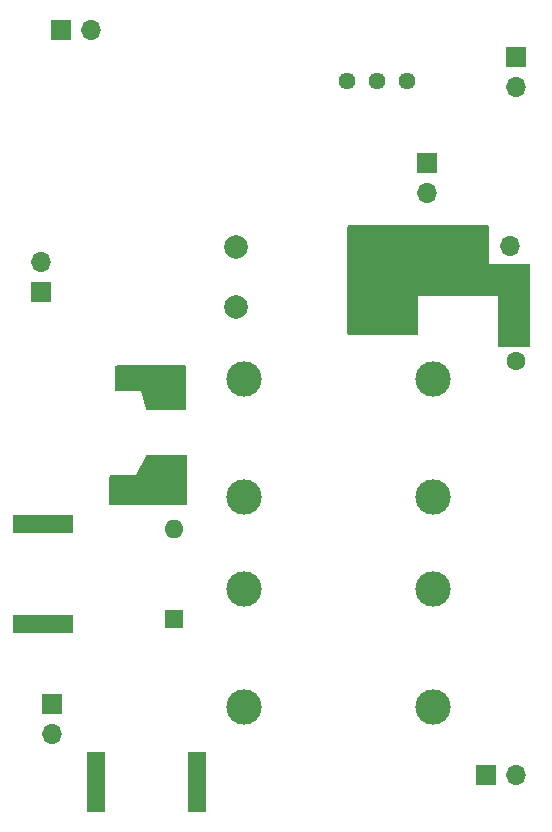
<source format=gbs>
G04 #@! TF.GenerationSoftware,KiCad,Pcbnew,7.0.10*
G04 #@! TF.CreationDate,2024-04-06T15:52:41-07:00*
G04 #@! TF.ProjectId,powerAmp,706f7765-7241-46d7-902e-6b696361645f,rev?*
G04 #@! TF.SameCoordinates,Original*
G04 #@! TF.FileFunction,Soldermask,Bot*
G04 #@! TF.FilePolarity,Negative*
%FSLAX46Y46*%
G04 Gerber Fmt 4.6, Leading zero omitted, Abs format (unit mm)*
G04 Created by KiCad (PCBNEW 7.0.10) date 2024-04-06 15:52:41*
%MOMM*%
%LPD*%
G01*
G04 APERTURE LIST*
%ADD10R,1.600000X1.600000*%
%ADD11O,1.600000X1.600000*%
%ADD12R,1.700000X1.700000*%
%ADD13O,1.700000X1.700000*%
%ADD14C,1.600000*%
%ADD15R,1.500000X5.080000*%
%ADD16C,3.000000*%
%ADD17C,2.000000*%
%ADD18R,5.080000X1.500000*%
%ADD19C,1.440000*%
G04 APERTURE END LIST*
D10*
X79505000Y-118365000D03*
D11*
X79505000Y-110745000D03*
D12*
X69905000Y-68455000D03*
D13*
X72445000Y-68455000D03*
D12*
X108405000Y-70730000D03*
D13*
X108405000Y-73270000D03*
D14*
X108405000Y-94505000D03*
X108405000Y-96505000D03*
D12*
X69155000Y-125505000D03*
D13*
X69155000Y-128045000D03*
D12*
X68205000Y-90630000D03*
D13*
X68205000Y-88090000D03*
D12*
X107905000Y-89280000D03*
D13*
X107905000Y-86740000D03*
D15*
X81405000Y-132142500D03*
X72905000Y-132142500D03*
D12*
X105880000Y-131505000D03*
D13*
X108420000Y-131505000D03*
D16*
X101405000Y-98005000D03*
X85405000Y-98005000D03*
X101405000Y-108005000D03*
X85405000Y-108005000D03*
D17*
X84734400Y-86842600D03*
X84734400Y-91922600D03*
D18*
X68405000Y-118755000D03*
X68405000Y-110255000D03*
D12*
X100905000Y-79730000D03*
D13*
X100905000Y-82270000D03*
D16*
X101405000Y-115755000D03*
X85405000Y-115755000D03*
X101405000Y-125755000D03*
X85405000Y-125755000D03*
D19*
X99205000Y-72755000D03*
X96665000Y-72755000D03*
X94125000Y-72755000D03*
G36*
X106114191Y-85023907D02*
G01*
X106150155Y-85073407D01*
X106155000Y-85104000D01*
X106155000Y-88254999D01*
X106155001Y-88255000D01*
X109556000Y-88255000D01*
X109614191Y-88273907D01*
X109650155Y-88323407D01*
X109655000Y-88354000D01*
X109655000Y-95156000D01*
X109636093Y-95214191D01*
X109586593Y-95250155D01*
X109556000Y-95255000D01*
X107004000Y-95255000D01*
X106945809Y-95236093D01*
X106909845Y-95186593D01*
X106905000Y-95156000D01*
X106905000Y-91005001D01*
X106904999Y-91005000D01*
X100155001Y-91005000D01*
X100155000Y-91005001D01*
X100155000Y-94156000D01*
X100136093Y-94214191D01*
X100086593Y-94250155D01*
X100056000Y-94255000D01*
X94254000Y-94255000D01*
X94195809Y-94236093D01*
X94159845Y-94186593D01*
X94155000Y-94156000D01*
X94155000Y-85104000D01*
X94173907Y-85045809D01*
X94223407Y-85009845D01*
X94254000Y-85005000D01*
X106056000Y-85005000D01*
X106114191Y-85023907D01*
G37*
G36*
X80548039Y-104474685D02*
G01*
X80593794Y-104527489D01*
X80605000Y-104579000D01*
X80605000Y-108531000D01*
X80585315Y-108598039D01*
X80532511Y-108643794D01*
X80481000Y-108655000D01*
X74129000Y-108655000D01*
X74061961Y-108635315D01*
X74016206Y-108582511D01*
X74005000Y-108531000D01*
X74005000Y-106279000D01*
X74024685Y-106211961D01*
X74077489Y-106166206D01*
X74129000Y-106155000D01*
X76305000Y-106155000D01*
X76305000Y-106154999D01*
X77071495Y-104526201D01*
X77117851Y-104473924D01*
X77183692Y-104455000D01*
X80481000Y-104455000D01*
X80548039Y-104474685D01*
G37*
G36*
X80448039Y-96874685D02*
G01*
X80493794Y-96927489D01*
X80505000Y-96979000D01*
X80505000Y-100531000D01*
X80485315Y-100598039D01*
X80432511Y-100643794D01*
X80381000Y-100655000D01*
X77201817Y-100655000D01*
X77134778Y-100635315D01*
X77089023Y-100582511D01*
X77081519Y-100561074D01*
X76705000Y-99055000D01*
X74629000Y-99055000D01*
X74561961Y-99035315D01*
X74516206Y-98982511D01*
X74505000Y-98931000D01*
X74505000Y-96979000D01*
X74524685Y-96911961D01*
X74577489Y-96866206D01*
X74629000Y-96855000D01*
X80381000Y-96855000D01*
X80448039Y-96874685D01*
G37*
M02*

</source>
